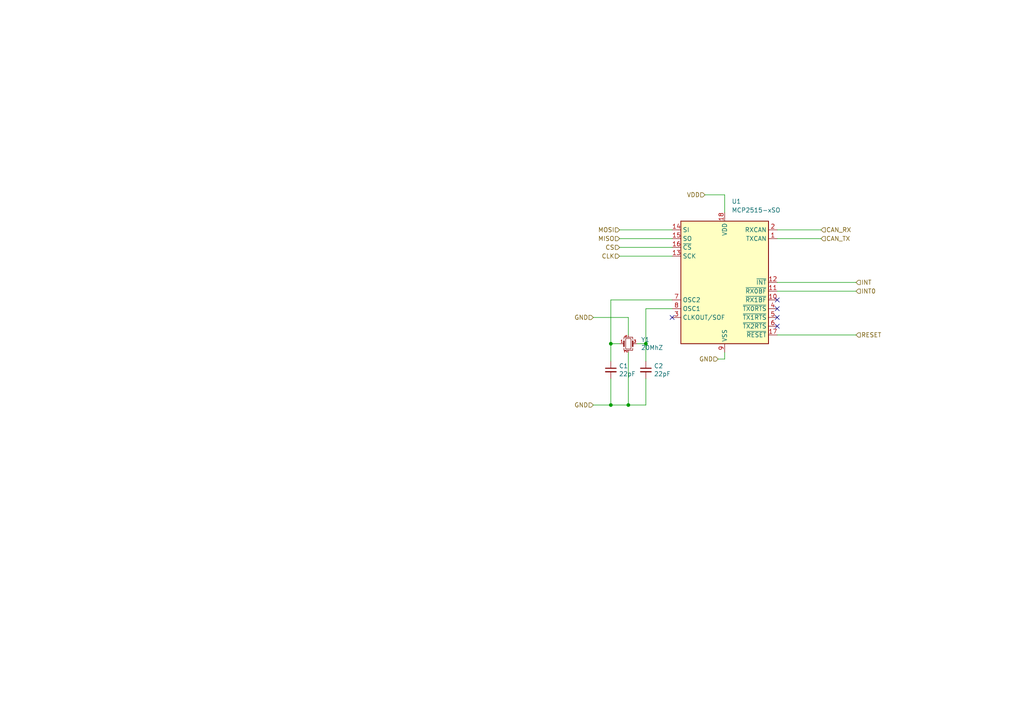
<source format=kicad_sch>
(kicad_sch (version 20211123) (generator eeschema)

  (uuid bdc7face-9f7c-4701-80bb-4cc144448db1)

  (paper "A4")

  (lib_symbols
    (symbol "Device:C_Small" (pin_numbers hide) (pin_names (offset 0.254) hide) (in_bom yes) (on_board yes)
      (property "Reference" "C" (id 0) (at 0.254 1.778 0)
        (effects (font (size 1.27 1.27)) (justify left))
      )
      (property "Value" "C_Small" (id 1) (at 0.254 -2.032 0)
        (effects (font (size 1.27 1.27)) (justify left))
      )
      (property "Footprint" "" (id 2) (at 0 0 0)
        (effects (font (size 1.27 1.27)) hide)
      )
      (property "Datasheet" "~" (id 3) (at 0 0 0)
        (effects (font (size 1.27 1.27)) hide)
      )
      (property "ki_keywords" "capacitor cap" (id 4) (at 0 0 0)
        (effects (font (size 1.27 1.27)) hide)
      )
      (property "ki_description" "Unpolarized capacitor, small symbol" (id 5) (at 0 0 0)
        (effects (font (size 1.27 1.27)) hide)
      )
      (property "ki_fp_filters" "C_*" (id 6) (at 0 0 0)
        (effects (font (size 1.27 1.27)) hide)
      )
      (symbol "C_Small_0_1"
        (polyline
          (pts
            (xy -1.524 -0.508)
            (xy 1.524 -0.508)
          )
          (stroke (width 0.3302) (type default) (color 0 0 0 0))
          (fill (type none))
        )
        (polyline
          (pts
            (xy -1.524 0.508)
            (xy 1.524 0.508)
          )
          (stroke (width 0.3048) (type default) (color 0 0 0 0))
          (fill (type none))
        )
      )
      (symbol "C_Small_1_1"
        (pin passive line (at 0 2.54 270) (length 2.032)
          (name "~" (effects (font (size 1.27 1.27))))
          (number "1" (effects (font (size 1.27 1.27))))
        )
        (pin passive line (at 0 -2.54 90) (length 2.032)
          (name "~" (effects (font (size 1.27 1.27))))
          (number "2" (effects (font (size 1.27 1.27))))
        )
      )
    )
    (symbol "Device:Crystal_GND24_Small" (pin_names (offset 1.016) hide) (in_bom yes) (on_board yes)
      (property "Reference" "Y" (id 0) (at 1.27 4.445 0)
        (effects (font (size 1.27 1.27)) (justify left))
      )
      (property "Value" "Crystal_GND24_Small" (id 1) (at 1.27 2.54 0)
        (effects (font (size 1.27 1.27)) (justify left))
      )
      (property "Footprint" "" (id 2) (at 0 0 0)
        (effects (font (size 1.27 1.27)) hide)
      )
      (property "Datasheet" "~" (id 3) (at 0 0 0)
        (effects (font (size 1.27 1.27)) hide)
      )
      (property "ki_keywords" "quartz ceramic resonator oscillator" (id 4) (at 0 0 0)
        (effects (font (size 1.27 1.27)) hide)
      )
      (property "ki_description" "Four pin crystal, GND on pins 2 and 4, small symbol" (id 5) (at 0 0 0)
        (effects (font (size 1.27 1.27)) hide)
      )
      (property "ki_fp_filters" "Crystal*" (id 6) (at 0 0 0)
        (effects (font (size 1.27 1.27)) hide)
      )
      (symbol "Crystal_GND24_Small_0_1"
        (rectangle (start -0.762 -1.524) (end 0.762 1.524)
          (stroke (width 0) (type default) (color 0 0 0 0))
          (fill (type none))
        )
        (polyline
          (pts
            (xy -1.27 -0.762)
            (xy -1.27 0.762)
          )
          (stroke (width 0.381) (type default) (color 0 0 0 0))
          (fill (type none))
        )
        (polyline
          (pts
            (xy 1.27 -0.762)
            (xy 1.27 0.762)
          )
          (stroke (width 0.381) (type default) (color 0 0 0 0))
          (fill (type none))
        )
        (polyline
          (pts
            (xy -1.27 -1.27)
            (xy -1.27 -1.905)
            (xy 1.27 -1.905)
            (xy 1.27 -1.27)
          )
          (stroke (width 0) (type default) (color 0 0 0 0))
          (fill (type none))
        )
        (polyline
          (pts
            (xy -1.27 1.27)
            (xy -1.27 1.905)
            (xy 1.27 1.905)
            (xy 1.27 1.27)
          )
          (stroke (width 0) (type default) (color 0 0 0 0))
          (fill (type none))
        )
      )
      (symbol "Crystal_GND24_Small_1_1"
        (pin passive line (at -2.54 0 0) (length 1.27)
          (name "1" (effects (font (size 1.27 1.27))))
          (number "1" (effects (font (size 0.762 0.762))))
        )
        (pin passive line (at 0 -2.54 90) (length 0.635)
          (name "2" (effects (font (size 1.27 1.27))))
          (number "2" (effects (font (size 0.762 0.762))))
        )
        (pin passive line (at 2.54 0 180) (length 1.27)
          (name "3" (effects (font (size 1.27 1.27))))
          (number "3" (effects (font (size 0.762 0.762))))
        )
        (pin passive line (at 0 2.54 270) (length 0.635)
          (name "4" (effects (font (size 1.27 1.27))))
          (number "4" (effects (font (size 0.762 0.762))))
        )
      )
    )
    (symbol "Interface_CAN_LIN:MCP2515-xSO" (in_bom yes) (on_board yes)
      (property "Reference" "U" (id 0) (at -10.16 19.685 0)
        (effects (font (size 1.27 1.27)) (justify right))
      )
      (property "Value" "MCP2515-xSO" (id 1) (at 19.05 20.32 0)
        (effects (font (size 1.27 1.27)) (justify right top))
      )
      (property "Footprint" "Package_SO:SOIC-18W_7.5x11.6mm_P1.27mm" (id 2) (at 0 -22.86 0)
        (effects (font (size 1.27 1.27) italic) hide)
      )
      (property "Datasheet" "http://ww1.microchip.com/downloads/en/DeviceDoc/21801e.pdf" (id 3) (at 2.54 -20.32 0)
        (effects (font (size 1.27 1.27)) hide)
      )
      (property "ki_keywords" "CAN Controller SPI" (id 4) (at 0 0 0)
        (effects (font (size 1.27 1.27)) hide)
      )
      (property "ki_description" "Stand-Alone CAN Controller with SPI Interface, SOIC-18" (id 5) (at 0 0 0)
        (effects (font (size 1.27 1.27)) hide)
      )
      (property "ki_fp_filters" "SOIC*7.5x11.6mm*P1.27mm*" (id 6) (at 0 0 0)
        (effects (font (size 1.27 1.27)) hide)
      )
      (symbol "MCP2515-xSO_0_1"
        (rectangle (start -12.7 17.78) (end 12.7 -17.78)
          (stroke (width 0.254) (type default) (color 0 0 0 0))
          (fill (type background))
        )
      )
      (symbol "MCP2515-xSO_1_1"
        (pin output line (at 15.24 12.7 180) (length 2.54)
          (name "TXCAN" (effects (font (size 1.27 1.27))))
          (number "1" (effects (font (size 1.27 1.27))))
        )
        (pin output line (at 15.24 -5.08 180) (length 2.54)
          (name "~{RX1BF}" (effects (font (size 1.27 1.27))))
          (number "10" (effects (font (size 1.27 1.27))))
        )
        (pin output line (at 15.24 -2.54 180) (length 2.54)
          (name "~{RX0BF}" (effects (font (size 1.27 1.27))))
          (number "11" (effects (font (size 1.27 1.27))))
        )
        (pin output line (at 15.24 0 180) (length 2.54)
          (name "~{INT}" (effects (font (size 1.27 1.27))))
          (number "12" (effects (font (size 1.27 1.27))))
        )
        (pin input line (at -15.24 7.62 0) (length 2.54)
          (name "SCK" (effects (font (size 1.27 1.27))))
          (number "13" (effects (font (size 1.27 1.27))))
        )
        (pin input line (at -15.24 15.24 0) (length 2.54)
          (name "SI" (effects (font (size 1.27 1.27))))
          (number "14" (effects (font (size 1.27 1.27))))
        )
        (pin output line (at -15.24 12.7 0) (length 2.54)
          (name "SO" (effects (font (size 1.27 1.27))))
          (number "15" (effects (font (size 1.27 1.27))))
        )
        (pin input line (at -15.24 10.16 0) (length 2.54)
          (name "~{CS}" (effects (font (size 1.27 1.27))))
          (number "16" (effects (font (size 1.27 1.27))))
        )
        (pin input line (at 15.24 -15.24 180) (length 2.54)
          (name "~{RESET}" (effects (font (size 1.27 1.27))))
          (number "17" (effects (font (size 1.27 1.27))))
        )
        (pin power_in line (at 0 20.32 270) (length 2.54)
          (name "VDD" (effects (font (size 1.27 1.27))))
          (number "18" (effects (font (size 1.27 1.27))))
        )
        (pin input line (at 15.24 15.24 180) (length 2.54)
          (name "RXCAN" (effects (font (size 1.27 1.27))))
          (number "2" (effects (font (size 1.27 1.27))))
        )
        (pin output line (at -15.24 -10.16 0) (length 2.54)
          (name "CLKOUT/SOF" (effects (font (size 1.27 1.27))))
          (number "3" (effects (font (size 1.27 1.27))))
        )
        (pin input line (at 15.24 -7.62 180) (length 2.54)
          (name "~{TX0RTS}" (effects (font (size 1.27 1.27))))
          (number "4" (effects (font (size 1.27 1.27))))
        )
        (pin input line (at 15.24 -10.16 180) (length 2.54)
          (name "~{TX1RTS}" (effects (font (size 1.27 1.27))))
          (number "5" (effects (font (size 1.27 1.27))))
        )
        (pin input line (at 15.24 -12.7 180) (length 2.54)
          (name "~{TX2RTS}" (effects (font (size 1.27 1.27))))
          (number "6" (effects (font (size 1.27 1.27))))
        )
        (pin output line (at -15.24 -5.08 0) (length 2.54)
          (name "OSC2" (effects (font (size 1.27 1.27))))
          (number "7" (effects (font (size 1.27 1.27))))
        )
        (pin input line (at -15.24 -7.62 0) (length 2.54)
          (name "OSC1" (effects (font (size 1.27 1.27))))
          (number "8" (effects (font (size 1.27 1.27))))
        )
        (pin power_in line (at 0 -20.32 90) (length 2.54)
          (name "VSS" (effects (font (size 1.27 1.27))))
          (number "9" (effects (font (size 1.27 1.27))))
        )
      )
    )
  )

  (junction (at 177.165 117.475) (diameter 0) (color 0 0 0 0)
    (uuid 03caada9-9e22-4e2d-9035-b15433dfbb17)
  )
  (junction (at 177.165 99.695) (diameter 0) (color 0 0 0 0)
    (uuid 40976bf0-19de-460f-ad64-224d4f51e16b)
  )
  (junction (at 187.325 99.695) (diameter 0) (color 0 0 0 0)
    (uuid c8c79177-94d4-43e2-a654-f0a5554fbb68)
  )
  (junction (at 182.245 117.475) (diameter 0) (color 0 0 0 0)
    (uuid ffd175d1-912a-4224-be1e-a8198680f46b)
  )

  (no_connect (at 225.425 86.995) (uuid 8f1b6587-f88c-4dae-8d8e-10cc92cd8a2c))
  (no_connect (at 194.945 92.075) (uuid 92f0b5a2-08b7-42e3-b8ef-1948e7b95be0))
  (no_connect (at 225.425 89.535) (uuid d2ca425b-3492-40d6-beeb-7286cd748c04))
  (no_connect (at 225.425 94.615) (uuid db78ae3c-b9b4-492e-b5d4-f93de9bf2cf7))
  (no_connect (at 225.425 92.075) (uuid e17c8a71-7a25-416c-aba0-0cdc6e7a8dd2))

  (wire (pts (xy 238.125 69.215) (xy 225.425 69.215))
    (stroke (width 0) (type default) (color 0 0 0 0))
    (uuid 0217dfc4-fc13-4699-99ad-d9948522648e)
  )
  (wire (pts (xy 182.245 102.235) (xy 182.245 117.475))
    (stroke (width 0) (type default) (color 0 0 0 0))
    (uuid 13c0ff76-ed71-4cd9-abb0-92c376825d5d)
  )
  (wire (pts (xy 177.165 117.475) (xy 182.245 117.475))
    (stroke (width 0) (type default) (color 0 0 0 0))
    (uuid 1f3003e6-dce5-420f-906b-3f1e92b67249)
  )
  (wire (pts (xy 225.425 84.455) (xy 248.285 84.455))
    (stroke (width 0) (type default) (color 0 0 0 0))
    (uuid 24f7628d-681d-4f0e-8409-40a129e929d9)
  )
  (wire (pts (xy 194.945 71.755) (xy 179.705 71.755))
    (stroke (width 0) (type default) (color 0 0 0 0))
    (uuid 2f215f15-3d52-4c91-93e6-3ea03a95622f)
  )
  (wire (pts (xy 172.085 92.075) (xy 182.245 92.075))
    (stroke (width 0) (type default) (color 0 0 0 0))
    (uuid 378af8b4-af3d-46e7-89ae-deff12ca9067)
  )
  (wire (pts (xy 225.425 81.915) (xy 248.285 81.915))
    (stroke (width 0) (type default) (color 0 0 0 0))
    (uuid 3a7648d8-121a-4921-9b92-9b35b76ce39b)
  )
  (wire (pts (xy 184.785 99.695) (xy 187.325 99.695))
    (stroke (width 0) (type default) (color 0 0 0 0))
    (uuid 3e903008-0276-4a73-8edb-5d9dfde6297c)
  )
  (wire (pts (xy 177.165 99.695) (xy 177.165 86.995))
    (stroke (width 0) (type default) (color 0 0 0 0))
    (uuid 45008225-f50f-4d6b-b508-6730a9408caf)
  )
  (wire (pts (xy 225.425 97.155) (xy 248.285 97.155))
    (stroke (width 0) (type default) (color 0 0 0 0))
    (uuid 4a4ec8d9-3d72-4952-83d4-808f65849a2b)
  )
  (wire (pts (xy 179.705 74.295) (xy 194.945 74.295))
    (stroke (width 0) (type default) (color 0 0 0 0))
    (uuid 61fe293f-6808-4b7f-9340-9aaac7054a97)
  )
  (wire (pts (xy 187.325 117.475) (xy 187.325 109.855))
    (stroke (width 0) (type default) (color 0 0 0 0))
    (uuid 639c0e59-e95c-4114-bccd-2e7277505454)
  )
  (wire (pts (xy 187.325 89.535) (xy 194.945 89.535))
    (stroke (width 0) (type default) (color 0 0 0 0))
    (uuid 6475547d-3216-45a4-a15c-48314f1dd0f9)
  )
  (wire (pts (xy 210.185 104.14) (xy 210.185 102.235))
    (stroke (width 0) (type default) (color 0 0 0 0))
    (uuid 6675ea1e-2fd9-4ba0-9a84-898a17ee3974)
  )
  (wire (pts (xy 187.325 99.695) (xy 187.325 89.535))
    (stroke (width 0) (type default) (color 0 0 0 0))
    (uuid 75ffc65c-7132-4411-9f2a-ae0c73d79338)
  )
  (wire (pts (xy 204.47 56.515) (xy 210.185 56.515))
    (stroke (width 0) (type default) (color 0 0 0 0))
    (uuid 76752e54-b737-4b98-aaa2-4c156d411b0b)
  )
  (wire (pts (xy 182.245 117.475) (xy 187.325 117.475))
    (stroke (width 0) (type default) (color 0 0 0 0))
    (uuid 8412992d-8754-44de-9e08-115cec1a3eff)
  )
  (wire (pts (xy 177.165 104.775) (xy 177.165 99.695))
    (stroke (width 0) (type default) (color 0 0 0 0))
    (uuid 8c514922-ffe1-4e37-a260-e807409f2e0d)
  )
  (wire (pts (xy 179.705 99.695) (xy 177.165 99.695))
    (stroke (width 0) (type default) (color 0 0 0 0))
    (uuid 8c6a821f-8e19-48f3-8f44-9b340f7689bc)
  )
  (wire (pts (xy 177.165 109.855) (xy 177.165 117.475))
    (stroke (width 0) (type default) (color 0 0 0 0))
    (uuid 8ca3e20d-bcc7-4c5e-9deb-562dfed9fecb)
  )
  (wire (pts (xy 179.705 69.215) (xy 194.945 69.215))
    (stroke (width 0) (type default) (color 0 0 0 0))
    (uuid 8da933a9-35f8-42e6-8504-d1bab7264306)
  )
  (wire (pts (xy 210.185 56.515) (xy 210.185 61.595))
    (stroke (width 0) (type default) (color 0 0 0 0))
    (uuid 9cb10250-6c58-428d-adbf-9fddc9090cd9)
  )
  (wire (pts (xy 182.245 92.075) (xy 182.245 97.155))
    (stroke (width 0) (type default) (color 0 0 0 0))
    (uuid a27eb049-c992-4f11-a026-1e6a8d9d0160)
  )
  (wire (pts (xy 177.165 86.995) (xy 194.945 86.995))
    (stroke (width 0) (type default) (color 0 0 0 0))
    (uuid a544eb0a-75db-4baf-bf54-9ca21744343b)
  )
  (wire (pts (xy 194.945 66.675) (xy 179.705 66.675))
    (stroke (width 0) (type default) (color 0 0 0 0))
    (uuid bd5408e4-362d-4e43-9d39-78fb99eb52c8)
  )
  (wire (pts (xy 225.425 66.675) (xy 238.125 66.675))
    (stroke (width 0) (type default) (color 0 0 0 0))
    (uuid c0eca5ed-bc5e-4618-9bcd-80945bea41ed)
  )
  (wire (pts (xy 172.085 117.475) (xy 177.165 117.475))
    (stroke (width 0) (type default) (color 0 0 0 0))
    (uuid d3c11c8f-a73d-4211-934b-a6da255728ad)
  )
  (wire (pts (xy 208.28 104.14) (xy 210.185 104.14))
    (stroke (width 0) (type default) (color 0 0 0 0))
    (uuid e184dd8f-824e-4ef6-a901-75f5d7608e09)
  )
  (wire (pts (xy 187.325 104.775) (xy 187.325 99.695))
    (stroke (width 0) (type default) (color 0 0 0 0))
    (uuid e21aa84b-970e-47cf-b64f-3b55ee0e1b51)
  )

  (hierarchical_label "VDD" (shape input) (at 204.47 56.515 180)
    (effects (font (size 1.27 1.27)) (justify right))
    (uuid 047fc2a7-6d6d-410f-8148-6713621546a4)
  )
  (hierarchical_label "CAN_TX" (shape input) (at 238.125 69.215 0)
    (effects (font (size 1.27 1.27)) (justify left))
    (uuid 0f54db53-a272-4955-88fb-d7ab00657bb0)
  )
  (hierarchical_label "GND" (shape input) (at 172.085 92.075 180)
    (effects (font (size 1.27 1.27)) (justify right))
    (uuid 0ff508fd-18da-4ab7-9844-3c8a28c2587e)
  )
  (hierarchical_label "CS" (shape input) (at 179.705 71.755 180)
    (effects (font (size 1.27 1.27)) (justify right))
    (uuid 31e08896-1992-4725-96d9-9d2728bca7a3)
  )
  (hierarchical_label "CLK" (shape input) (at 179.705 74.295 180)
    (effects (font (size 1.27 1.27)) (justify right))
    (uuid 6441b183-b8f2-458f-a23d-60e2b1f66dd6)
  )
  (hierarchical_label "RESET" (shape input) (at 248.285 97.155 0)
    (effects (font (size 1.27 1.27)) (justify left))
    (uuid 66043bca-a260-4915-9fce-8a51d324c687)
  )
  (hierarchical_label "CAN_RX" (shape input) (at 238.125 66.675 0)
    (effects (font (size 1.27 1.27)) (justify left))
    (uuid 80094b70-85ab-4ff6-934b-60d5ee65023a)
  )
  (hierarchical_label "INT0" (shape input) (at 248.285 84.455 0)
    (effects (font (size 1.27 1.27)) (justify left))
    (uuid 852dabbf-de45-4470-8176-59d37a754407)
  )
  (hierarchical_label "GND" (shape input) (at 172.085 117.475 180)
    (effects (font (size 1.27 1.27)) (justify right))
    (uuid a15a7506-eae4-4933-84da-9ad754258706)
  )
  (hierarchical_label "INT" (shape input) (at 248.285 81.915 0)
    (effects (font (size 1.27 1.27)) (justify left))
    (uuid b5352a33-563a-4ffe-a231-2e68fb54afa3)
  )
  (hierarchical_label "MOSI" (shape input) (at 179.705 66.675 180)
    (effects (font (size 1.27 1.27)) (justify right))
    (uuid bfc0aadc-38cf-466e-a642-68fdc3138c78)
  )
  (hierarchical_label "MISO" (shape input) (at 179.705 69.215 180)
    (effects (font (size 1.27 1.27)) (justify right))
    (uuid d4a1d3c4-b315-4bec-9220-d12a9eab51e0)
  )
  (hierarchical_label "GND" (shape input) (at 208.28 104.14 180)
    (effects (font (size 1.27 1.27)) (justify right))
    (uuid ebc484be-6648-4e9c-9054-bab0efba298a)
  )

  (symbol (lib_id "Device:Crystal_GND24_Small") (at 182.245 99.695 0) (unit 1)
    (in_bom yes) (on_board yes)
    (uuid 00000000-0000-0000-0000-0000617fbd53)
    (property "Reference" "Y1" (id 0) (at 185.9026 98.5266 0)
      (effects (font (size 1.27 1.27)) (justify left))
    )
    (property "Value" "20MhZ" (id 1) (at 185.9026 100.838 0)
      (effects (font (size 1.27 1.27)) (justify left))
    )
    (property "Footprint" "Crystal:Crystal_SMD_Abracon_ABM8G-4Pin_3.2x2.5mm" (id 2) (at 182.245 99.695 0)
      (effects (font (size 1.27 1.27)) hide)
    )
    (property "Datasheet" "~" (id 3) (at 182.245 99.695 0)
      (effects (font (size 1.27 1.27)) hide)
    )
    (property "MPN" "ECS-200-18-33-JGN-TR" (id 4) (at 182.245 99.695 0)
      (effects (font (size 1.27 1.27)) hide)
    )
    (pin "1" (uuid 89acb60d-ff72-405f-a1e3-fb0b108872c6))
    (pin "2" (uuid 93636442-a362-4bc1-9d36-1d279c0698f3))
    (pin "3" (uuid cb0458a5-8de3-402d-bc84-e7300939b3d3))
    (pin "4" (uuid 110979c7-1eea-415e-8ab4-b339d62f21ee))
  )

  (symbol (lib_id "Device:C_Small") (at 177.165 107.315 0) (unit 1)
    (in_bom yes) (on_board yes)
    (uuid 00000000-0000-0000-0000-0000617fd9d7)
    (property "Reference" "C1" (id 0) (at 179.5018 106.1466 0)
      (effects (font (size 1.27 1.27)) (justify left))
    )
    (property "Value" "22pF" (id 1) (at 179.5018 108.458 0)
      (effects (font (size 1.27 1.27)) (justify left))
    )
    (property "Footprint" "Capacitor_SMD:C_0603_1608Metric" (id 2) (at 177.165 107.315 0)
      (effects (font (size 1.27 1.27)) hide)
    )
    (property "Datasheet" "~" (id 3) (at 177.165 107.315 0)
      (effects (font (size 1.27 1.27)) hide)
    )
    (property "Voltage" "6.3V" (id 4) (at 177.165 107.315 0)
      (effects (font (size 1.27 1.27)) hide)
    )
    (pin "1" (uuid 74ce79f7-9459-427e-815c-236fbe7058ba))
    (pin "2" (uuid 58323f1b-ca2a-4c1d-b699-a594d763332c))
  )

  (symbol (lib_id "Device:C_Small") (at 187.325 107.315 0) (mirror y) (unit 1)
    (in_bom yes) (on_board yes)
    (uuid 00000000-0000-0000-0000-0000617fe3b4)
    (property "Reference" "C2" (id 0) (at 189.6618 106.1466 0)
      (effects (font (size 1.27 1.27)) (justify right))
    )
    (property "Value" "22pF" (id 1) (at 189.6618 108.458 0)
      (effects (font (size 1.27 1.27)) (justify right))
    )
    (property "Footprint" "Capacitor_SMD:C_0603_1608Metric" (id 2) (at 187.325 107.315 0)
      (effects (font (size 1.27 1.27)) hide)
    )
    (property "Datasheet" "~" (id 3) (at 187.325 107.315 0)
      (effects (font (size 1.27 1.27)) hide)
    )
    (property "Voltage" "6.3V" (id 4) (at 187.325 107.315 0)
      (effects (font (size 1.27 1.27)) hide)
    )
    (pin "1" (uuid da2f181b-4558-4a27-9d56-3ca9a9750134))
    (pin "2" (uuid ff43067c-f13b-4bbb-abe0-731be03358e0))
  )

  (symbol (lib_id "Interface_CAN_LIN:MCP2515-xSO") (at 210.185 81.915 0) (unit 1)
    (in_bom yes) (on_board yes) (fields_autoplaced)
    (uuid d929efed-c2c9-414b-bf90-14faefed45e3)
    (property "Reference" "U1" (id 0) (at 212.2044 58.42 0)
      (effects (font (size 1.27 1.27)) (justify left))
    )
    (property "Value" "MCP2515-xSO" (id 1) (at 212.2044 60.96 0)
      (effects (font (size 1.27 1.27)) (justify left))
    )
    (property "Footprint" "Package_SO:SOIC-18W_7.5x11.6mm_P1.27mm" (id 2) (at 210.185 104.775 0)
      (effects (font (size 1.27 1.27) italic) hide)
    )
    (property "Datasheet" "http://ww1.microchip.com/downloads/en/DeviceDoc/21801e.pdf" (id 3) (at 212.725 102.235 0)
      (effects (font (size 1.27 1.27)) hide)
    )
    (pin "1" (uuid 6dc0bc0a-1fdb-4dec-923c-98da4183c6c2))
    (pin "10" (uuid bd7e8bcf-2055-439c-a771-5222a2bf37bb))
    (pin "11" (uuid bf1f14b9-c4e8-4b5d-a1e8-69e4394c6cf7))
    (pin "12" (uuid 33e461d4-1770-4b00-9beb-d76356802359))
    (pin "13" (uuid 95dd5989-f520-4680-9e9a-39760c9cc271))
    (pin "14" (uuid f10d4c71-67a3-4ccc-bd3e-a025cb76c296))
    (pin "15" (uuid b5f5d1dd-b3e5-4f38-b724-a5e8eb8e8716))
    (pin "16" (uuid 8bda7af6-4b82-4f9e-8a1c-4db7781b5754))
    (pin "17" (uuid 65f54d20-8191-4abb-a5fd-026a58431630))
    (pin "18" (uuid b31f16b3-d3e5-44e9-86e2-3b1f5c91db32))
    (pin "2" (uuid 209d34da-59d0-48f6-9288-a8ab880060e6))
    (pin "3" (uuid baa1e498-7985-4a34-9ea9-41f5901747b3))
    (pin "4" (uuid d1bc33f6-b01e-4bde-9273-5db1e2b71d6a))
    (pin "5" (uuid b7e182e6-b1fd-4db9-b6d7-8d262c2fd1e1))
    (pin "6" (uuid 16535e2e-d434-4ab1-b05f-61ea2043f33a))
    (pin "7" (uuid 66f51ff1-131d-4cd7-adf5-181653833fae))
    (pin "8" (uuid 49fcedca-da67-4b55-8ec5-9edb6e5b5507))
    (pin "9" (uuid e07e8858-b4b0-4d84-98c1-c7cc41679c10))
  )
)

</source>
